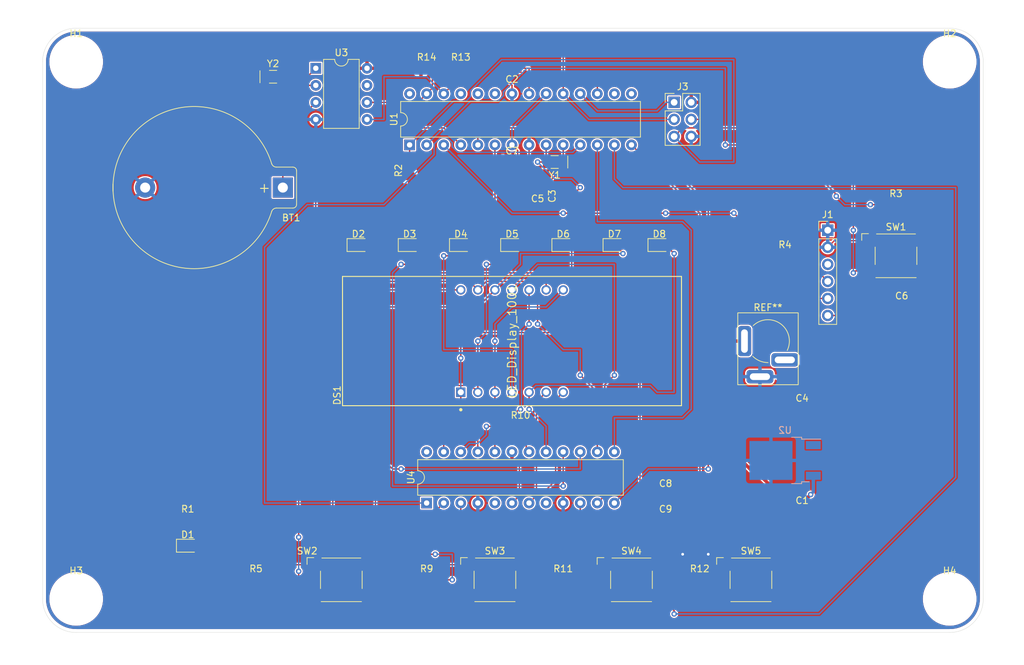
<source format=kicad_pcb>
(kicad_pcb (version 20211014) (generator pcbnew)
  (layers (0 "F.Cu" signal) (31 "B.Cu" signal) (34 "B.Paste" user) (35 "F.Paste" user) (36 "B.SilkS" user "B.Silkscreen") (37 "F.SilkS" user "F.Silkscreen") (38 "B.Mask" user) (39 "F.Mask" user) (44 "Edge.Cuts" user))
  (net 0 "")
  (net 1 "Net-(BT1-Pad1)")
  (net 2 "GND")
  (net 3 "Net-(C1-Pad1)")
  (net 4 "Net-(C2-Pad1)")
  (net 5 "/XTAL1")
  (net 6 "VCC")
  (net 7 "/XTAL2")
  (net 8 "RESET")
  (net 9 "Net-(C6-Pad2)")
  (net 10 "Net-(C7-Pad2)")
  (net 11 "Net-(D1-Pad2)")
  (net 12 "/SEG_A")
  (net 13 "/SEG_B")
  (net 14 "/SEG_C")
  (net 15 "/SEG_D")
  (net 16 "/SEG_E")
  (net 17 "/SEG_F")
  (net 18 "/SEG_G")
  (net 19 "/SEG_DP")
  (net 20 "/DIG_3")
  (net 21 "/DIG_4")
  (net 22 "/DIG_2")
  (net 23 "/DIG_1")
  (net 24 "/DIG_0")
  (net 25 "Net-(J1-Pad5)")
  (net 26 "Net-(J1-Pad4)")
  (net 29 "MISO")
  (net 30 "LED_SCK")
  (net 31 "MOSI")
  (net 32 "RXD")
  (net 33 "TXD")
  (net 34 "BTN_SETOPT")
  (net 35 "BTN_HOUR")
  (net 36 "/ISET")
  (net 37 "BTN_MIN")
  (net 38 "BTN_DAY")
  (net 41 "DISP_LOAD")
  (net 44 "DISP_DATA")
  (net 46 "DISP_CLK")
  (net 47 "SDA_RTC")
  (net 48 "SCL_RTC")
  (net 50 "Net-(U3-Pad1)")
  (net 51 "Net-(U3-Pad2)")
  (net 56 "/DIG_5")
  (footprint "footprints:Adafruit-1001-0-0-MFG" (layer "F.Cu") (at 149.86 101.6 90)
    (fp_text reference "DS1")
    (fp_text value "LED_Display_1001")
  )
  (footprint "footprints:MountingHole_3.2mm_M3" (layer "F.Cu") (at 215 140)
    (fp_text reference "H4")
    (fp_text value "MountingHole")
  )
  (footprint "footprints:R_0805_2012Metric" (layer "F.Cu") (at 142.24 60.96)
    (fp_text reference "R13")
    (fp_text value "R_0805_4.7K")
  )
  (footprint "footprints:R_0805_2012Metric" (layer "F.Cu") (at 137.16 60.96)
    (fp_text reference "R14")
    (fp_text value "R_0805_4.7K")
  )
  (footprint "footprints:C_0805_2012Metric" (layer "F.Cu") (at 172.72 128.27)
    (fp_text reference "C9")
    (fp_text value "C_0805_0.1uf")
  )
  (footprint "footprints:C_0805_2012Metric" (layer "F.Cu") (at 157.48 80.01 90)
    (fp_text reference "C3")
    (fp_text value "22pf")
  )
  (footprint "footprints:LED_0805_2012Metric" (layer "F.Cu") (at 127 87.2975)
    (fp_text reference "D2")
    (fp_text value "LED_0805_GRN")
  )
  (footprint "footprints:C_0805_2012Metric" (layer "F.Cu") (at 207.86 96.52)
    (fp_text reference "C6")
    (fp_text value "C_0805_0.1uf")
  )
  (footprint "footprints:DIP-8_W7.62mm" (layer "F.Cu") (at 120.66 60.97)
    (fp_text reference "U3")
    (fp_text value "DS1307_DIP-8")
  )
  (footprint "footprints:LED_0805_2012Metric" (layer "F.Cu") (at 171.7825 87.2975)
    (fp_text reference "D8")
    (fp_text value "LED_0805_GRN")
  )
  (footprint "footprints:R_0805_2012Metric" (layer "F.Cu") (at 137.16 137.16)
    (fp_text reference "R9")
    (fp_text value "R_0805_10K")
  )
  (footprint "footprints:C_0805_2012Metric" (layer "F.Cu") (at 149.86 60.96 180)
    (fp_text reference "C2")
    (fp_text value "C (0.1uF)")
  )
  (footprint "footprints:R_0805_2012Metric" (layer "F.Cu") (at 177.8 137.16)
    (fp_text reference "R12")
    (fp_text value "R_0805_10K")
  )
  (footprint "footprints:DIP-28_W7.62mm" (layer "F.Cu") (at 134.62 72.38 90)
    (fp_text reference "U1")
    (fp_text value "ATmega328-PU")
  )
  (footprint "footprints:R_0805_2012Metric" (layer "F.Cu") (at 207.01 81.28)
    (fp_text reference "R3")
    (fp_text value "R_0805_4.7K")
  )
  (footprint "footprints:Crystal_SMD_2Pin_3.2x1.5mm" (layer "F.Cu") (at 156.21 74.93 180)
    (fp_text reference "Y1")
    (fp_text value "Crystal(16MHz)")
  )
  (footprint "footprints:R_0805_2012Metric" (layer "F.Cu") (at 190.5 88.9)
    (fp_text reference "R4")
    (fp_text value "R_0805_4.7K")
  )
  (footprint "footprints:R_0805_2012Metric" (layer "F.Cu") (at 151.13 114.3)
    (fp_text reference "R10")
    (fp_text value "R_0805_22K")
  )
  (footprint "footprints:R_0805_2012Metric" (layer "F.Cu") (at 101.6 128.27)
    (fp_text reference "R1")
    (fp_text value "2.2K")
  )
  (footprint "footprints:SW_SPST_Omron_B3FS-100xP" (layer "F.Cu") (at 207.01 88.9)
    (fp_text reference "SW1")
    (fp_text value "Omron_B3F_SPST")
  )
  (footprint "footprints:R_0805_2012Metric" (layer "F.Cu") (at 134.62 76.2 90)
    (fp_text reference "R2")
    (fp_text value "10K")
  )
  (footprint "footprints:C_0805_2012Metric" (layer "F.Cu") (at 172.72 124.46)
    (fp_text reference "C8")
    (fp_text value "C_0805_0.1uf")
  )
  (footprint "footprints:MountingHole_3.2mm_M3" (layer "F.Cu") (at 215 60)
    (fp_text reference "H2")
    (fp_text value "MountingHole")
  )
  (footprint "footprints:MountingHole_3.2mm_M3" (layer "F.Cu") (at 85 140)
    (fp_text reference "H3")
    (fp_text value "MountingHole")
  )
  (footprint "footprints:LED_0805_2012Metric" (layer "F.Cu") (at 101.6 132.08)
    (fp_text reference "D1")
    (fp_text value "LED")
  )
  (footprint "footprints:Wurth-694106402002" (layer "F.Cu") (at 187.96 101.6)
    (fp_text reference "J2")
    (fp_text value "Power_inlet_vertical" hide)
  )
  (footprint "footprints:MountingHole_3.2mm_M3" (layer "F.Cu") (at 85 60)
    (fp_text reference "H1")
    (fp_text value "MountingHole")
  )
  (footprint "footprints:LED_0805_2012Metric" (layer "F.Cu") (at 134.62 87.2975)
    (fp_text reference "D3")
    (fp_text value "LED_0805_GRN")
  )
  (footprint "footprints:LED_0805_2012Metric" (layer "F.Cu") (at 149.86 87.2975)
    (fp_text reference "D5")
    (fp_text value "LED_0805_GRN")
  )
  (footprint "footprints:R_0805_2012Metric" (layer "F.Cu") (at 157.48 137.16)
    (fp_text reference "R11")
    (fp_text value "R_0805_10K")
  )
  (footprint "footprints:LED_0805_2012Metric" (layer "F.Cu") (at 157.48 87.2975)
    (fp_text reference "D6")
    (fp_text value "LED_0805_GRN")
  )
  (footprint "footprints:DIP-24_W7.62mm" (layer "F.Cu") (at 137.155 125.72 90)
    (fp_text reference "U4")
    (fp_text value "MAX7219")
  )
  (footprint "footprints:C_0805_2012Metric" (layer "F.Cu") (at 193.04 127)
    (fp_text reference "C1")
    (fp_text value "CP (1uF)")
  )
  (footprint "footprints:BatteryHolder_Keystone_106_1x20mm" (layer "F.Cu") (at 115.753686 78.739984 180)
    (fp_text reference "BT1")
    (fp_text value "Battery_Cell")
  )
  (footprint "footprints:SW_SPST_Omron_B3FS-100xP" (layer "F.Cu") (at 147.32 137.16)
    (fp_text reference "SW3")
    (fp_text value "Omron_B3F_SPST")
  )
  (footprint "footprints:LED_0805_2012Metric" (layer "F.Cu") (at 165.1 87.2975)
    (fp_text reference "D7")
    (fp_text value "LED_0805_GRN")
  )
  (footprint "footprints:PinHeader_2x03_P2.54mm_Vertical" (layer "F.Cu") (at 173.99 66.04)
    (fp_text reference "J3")
    (fp_text value "Conn_02x03_Odd_Even")
  )
  (footprint "footprints:SW_SPST_Omron_B3FS-100xP" (layer "F.Cu") (at 124.46 137.16)
    (fp_text reference "SW2")
    (fp_text value "Omron_B3F_SPST")
  )
  (footprint "footprints:SW_SPST_Omron_B3FS-100xP" (layer "F.Cu") (at 167.64 137.16)
    (fp_text reference "SW4")
    (fp_text value "Omron_B3F_SPST")
  )
  (footprint "footprints:C_0805_2012Metric" (layer "F.Cu") (at 153.67 78.74 180)
    (fp_text reference "C5")
    (fp_text value "22pf")
  )
  (footprint "footprints:C_0805_2012Metric" (layer "F.Cu") (at 193.04 111.76)
    (fp_text reference "C4")
    (fp_text value "C(0.1uF)")
  )
  (footprint "footprints:C_0805_2012Metric" (layer "F.Cu") (at 149.86 74.93)
    (fp_text reference "C7")
    (fp_text value "C(0.1uf)")
  )
  (footprint "footprints:R_0805_2012Metric" (layer "F.Cu") (at 111.76 137.16)
    (fp_text reference "R5")
    (fp_text value "R_0805_10K")
  )
  (footprint "footprints:PinHeader_1x06_P2.54mm_Vertical" (layer "F.Cu") (at 196.85 85.09)
    (fp_text reference "J1")
    (fp_text value "Conn_01x06")
  )
  (footprint "footprints:Crystal_SMD_2Pin_3.2x1.5mm" (layer "F.Cu") (at 114.3 62.23)
    (fp_text reference "Y2")
    (fp_text value "Crystal_32768Hz")
  )
  (footprint "footprints:SW_SPST_Omron_B3FS-100xP" (layer "F.Cu") (at 185.42 137.16)
    (fp_text reference "SW5")
    (fp_text value "Omron_B3F_SPST")
  )
  (footprint "footprints:LED_0805_2012Metric" (layer "F.Cu") (at 142.24 87.2975)
    (fp_text reference "D4")
    (fp_text value "LED_0805_GRN")
  )
  (footprint "footprints:TO-252-2" (layer "B.Cu") (at 190.5 119.38 180)
    (fp_text reference "U2")
    (fp_text value "L7805_TO92")
  )
  (gr_line locked (start 220 60) (end 220 140) (layer "Edge.Cuts") (width 0.05))
  (gr_line locked (start 80 60) (end 80 140) (layer "Edge.Cuts") (width 0.05))
  (gr_arc locked (start 80 60) (mid 81.464466 56.464466) (end 85 55) (layer "Edge.Cuts") (width 0.05))
  (gr_arc locked (start 85 145) (mid 81.464466 143.535534) (end 80 140) (layer "Edge.Cuts") (width 0.05))
  (gr_arc locked (start 220 140) (mid 218.535534 143.535534) (end 215 145) (layer "Edge.Cuts") (width 0.05))
  (gr_line locked (start 215 55) (end 85 55) (layer "Edge.Cuts") (width 0.05))
  (gr_arc locked (start 215 55) (mid 218.535534 56.464466) (end 220 60) (layer "Edge.Cuts") (width 0.05))
  (gr_line locked (start 215 145) (end 85 145) (layer "Edge.Cuts") (width 0.05))
  (segment (start 115.753686 70.956314) (end 115.753686 78.739984) (width 0.2032) (layer "F.Cu") (net 1))
  (segment (start 120.66 66.05) (end 115.753686 70.956314) (width 0.2032) (layer "F.Cu") (net 1))
  (segment (start 103.4925 134.91) (end 100.6625 132.08) (width 0.2032) (layer "F.Cu") (net 2))
  (segment (start 173.57 128.27) (end 173.57 132.98) (width 0.2032) (layer "F.Cu") (net 2))
  (segment (start 193.89 111.635) (end 189.155 106.9) (width 0.2032) (layer "F.Cu") (net 2))
  (segment (start 180.63 134.91) (end 179.07 133.35) (width 0.508) (layer "F.Cu") (net 2))
  (segment (start 171.64 134.91) (end 163.64 134.91) (width 0.2032) (layer "F.Cu") (net 2))
  (segment (start 193.89 111.76) (end 193.89 111.635) (width 0.2032) (layer "F.Cu") (net 2))
  (segment (start 173.57 132.98) (end 171.64 134.91) (width 0.2032) (layer "F.Cu") (net 2))
  (segment (start 173.94 133.35) (end 173.57 132.98) (width 0.2032) (layer "F.Cu") (net 2))
  (segment (start 149.01 62.65) (end 149.86 63.5) (width 0.2032) (layer "F.Cu") (net 2))
  (segment (start 120.46 134.91) (end 103.4925 134.91) (width 0.2032) (layer "F.Cu") (net 2))
  (segment (start 189.42 134.91) (end 181.42 134.91) (width 0.508) (layer "F.Cu") (net 2))
  (segment (start 151.32 134.91) (end 143.32 134.91) (width 0.2032) (layer "F.Cu") (net 2))
  (segment (start 175.26 133.35) (end 173.94 133.35) (width 0.2032) (layer "F.Cu") (net 2))
  (segment (start 154.52 80.86) (end 157.48 80.86) (width 0.2032) (layer "F.Cu") (net 2))
  (segment (start 143.32 134.91) (end 128.46 134.91) (width 0.2032) (layer "F.Cu") (net 2))
  (segment (start 189.155 106.9) (end 186.76 106.9) (width 0.2032) (layer "F.Cu") (net 2))
  (segment (start 197.83 86.65) (end 196.85 87.63) (width 0.2032) (layer "F.Cu") (net 2))
  (segment (start 211.01 86.65) (end 203.01 86.65) (width 0.2032) (layer "F.Cu") (net 2))
  (segment (start 152.4 78.32) (end 152.82 78.74) (width 0.2032) (layer "F.Cu") (net 2))
  (segment (start 152.4 72.38) (end 152.4 78.32) (width 0.2032) (layer "F.Cu") (net 2))
  (segment (start 173.57 128.27) (end 173.57 124.46) (width 0.2032) (layer "F.Cu") (net 2))
  (segment (start 181.42 134.91) (end 180.63 134.91) (width 0.508) (layer "F.Cu") (net 2))
  (segment (start 203.01 86.65) (end 197.83 86.65) (width 0.2032) (layer "F.Cu") (net 2))
  (segment (start 152.82 78.74) (end 152.82 79.16) (width 0.2032) (layer "F.Cu") (net 2))
  (segment (start 152.82 79.16) (end 154.52 80.86) (width 0.2032) (layer "F.Cu") (net 2))
  (segment (start 149.86 63.5) (end 149.86 64.76) (width 0.2032) (layer "F.Cu") (net 2))
  (segment (start 149.01 60.96) (end 149.01 62.65) (width 0.2032) (layer "F.Cu") (net 2))
  (segment (start 128.46 134.91) (end 120.46 134.91) (width 0.2032) (layer "F.Cu") (net 2))
  (segment (start 193.89 127) (end 193.89 130.44) (width 0.508) (layer "F.Cu") (net 2))
  (segment (start 193.89 130.44) (end 189.42 134.91) (width 0.508) (layer "F.Cu") (net 2))
  (via (at 179.07 133.35) (size 0.8128) (drill 0.4064) (layers "F.Cu" "B.Cu") (net 2))
  (via (at 175.26 133.35) (size 0.8128) (drill 0.4064) (layers "F.Cu" "B.Cu") (net 2))
  (segment (start 144.775 125.72) (end 144.775 133.355) (width 0.2032) (layer "B.Cu") (net 2))
  (segment (start 179.07 133.35) (end 175.26 133.35) (width 0.2032) (layer "B.Cu") (net 2))
  (segment (start 186.3 121.66) (end 180.34 115.7) (width 0.508) (layer "F.Cu") (net 3))
  (segment (start 180.34 101.6) (end 184.46 101.6) (width 0.508) (layer "F.Cu") (net 3))
  (segment (start 186.85 121.66) (end 186.3 121.66) (width 0.508) (layer "F.Cu") (net 3))
  (segment (start 192.19 126.58) (end 192.19 127) (width 0.2032) (layer "F.Cu") (net 3))
  (segment (start 192.19 127) (end 186.85 121.66) (width 0.508) (layer "F.Cu") (net 3))
  (segment (start 180.34 115.7) (end 180.34 101.6) (width 0.508) (layer "F.Cu") (net 3))
  (segment (start 194.31 124.46) (end 192.189989 126.580011) (width 0.508) (layer "F.Cu") (net 3))
  (via (at 194.31 124.46) (size 0.8128) (drill 0.4064) (layers "F.Cu" "B.Cu") (net 3))
  (segment (start 194.699992 121.660006) (end 194.699992 124.070008) (width 0.508) (layer "B.Cu") (net 3))
  (segment (start 194.7 124.07) (end 194.31 124.46) (width 0.2032) (layer "B.Cu") (net 3))
  (segment (start 150.71 60.96) (end 152.4 60.96) (width 0.2032) (layer "F.Cu") (net 4))
  (segment (start 152.4 60.96) (end 152.4 64.76) (width 0.2032) (layer "F.Cu") (net 4))
  (segment (start 159.6 79.16) (end 157.48 79.16) (width 0.2032) (layer "F.Cu") (net 5))
  (segment (start 154.96 74.93) (end 153.67 74.93) (width 0.2032) (layer "F.Cu") (net 5))
  (segment (start 154.94 74.91) (end 154.96 74.93) (width 0.2032) (layer "F.Cu") (net 5))
  (segment (start 160.02 78.74) (end 159.6 79.16) (width 0.2032) (layer "F.Cu") (net 5))
  (segment (start 154.94 72.38) (end 154.94 74.91) (width 0.2032) (layer "F.Cu") (net 5))
  (via (at 160.02 78.74) (size 0.8128) (drill 0.4064) (layers "F.Cu" "B.Cu") (net 5))
  (via (at 153.67 74.93) (size 0.8128) (drill 0.4064) (layers "F.Cu" "B.Cu") (net 5))
  (segment (start 156.21 77.47) (end 158.75 77.47) (width 0.2032) (layer "B.Cu") (net 5))
  (segment (start 158.75 77.47) (end 160.02 78.74) (width 0.2032) (layer "B.Cu") (net 5))
  (segment (start 153.67 74.93) (end 156.21 77.47) (width 0.2032) (layer "B.Cu") (net 5))
  (segment (start 192.19 114.72) (end 194.31 116.84) (width 0.2032) (layer "F.Cu") (net 6))
  (segment (start 192.19 111.76) (end 192.19 114.72) (width 0.2032) (layer "F.Cu") (net 6))
  (segment (start 157.48 74.91) (end 157.46 74.93) (width 0.2032) (layer "F.Cu") (net 7))
  (segment (start 157.48 72.38) (end 157.48 74.91) (width 0.2032) (layer "F.Cu") (net 7))
  (segment (start 157.46 75.8) (end 154.52 78.74) (width 0.2032) (layer "F.Cu") (net 7))
  (segment (start 157.46 74.93) (end 157.46 75.8) (width 0.2032) (layer "F.Cu") (net 7))
  (segment (start 207.01 95.15) (end 203.01 91.15) (width 0.2032) (layer "F.Cu") (net 8))
  (segment (start 200.66 71.12) (end 200.66 85.09) (width 0.2032) (layer "F.Cu") (net 8))
  (segment (start 207.01 96.52) (end 207.01 95.15) (width 0.2032) (layer "F.Cu") (net 8))
  (segment (start 175.26 69.85) (end 199.39 69.85) (width 0.2032) (layer "F.Cu") (net 8))
  (segment (start 211.01 91.15) (end 207.01 95.15) (width 0.2032) (layer "F.Cu") (net 8))
  (segment (start 199.39 69.85) (end 200.66 71.12) (width 0.2032) (layer "F.Cu") (net 8))
  (segment (start 173.99 71.12) (end 175.26 69.85) (width 0.2032) (layer "F.Cu") (net 8))
  (segment (start 134.62 75.35) (end 134.62 72.38) (width 0.2032) (layer "F.Cu") (net 8))
  (segment (start 200.95 91.15) (end 203.01 91.15) (width 0.2032) (layer "F.Cu") (net 8))
  (segment (start 200.66 91.44) (end 200.95 91.15) (width 0.2032) (layer "F.Cu") (net 8))
  (via (at 200.66 91.44) (size 0.8128) (drill 0.4064) (layers "F.Cu" "B.Cu") (net 8))
  (via (at 200.66 85.09) (size 0.8128) (drill 0.4064) (layers "F.Cu" "B.Cu") (net 8))
  (segment (start 177.8 74.93) (end 173.99 71.12) (width 0.2032) (layer "B.Cu") (net 8))
  (segment (start 134.62 72.38) (end 141.1352 65.8648) (width 0.2032) (layer "B.Cu") (net 8))
  (segment (start 200.66 85.09) (end 200.66 91.44) (width 0.2032) (layer "B.Cu") (net 8))
  (segment (start 182.88 59.69) (end 182.88 74.93) (width 0.2032) (layer "B.Cu") (net 8))
  (segment (start 148.287576 59.69) (end 182.88 59.69) (width 0.2032) (layer "B.Cu") (net 8))
  (segment (start 143.028024 65.8648) (end 143.6752 65.217624) (width 0.2032) (layer "B.Cu") (net 8))
  (segment (start 143.6752 64.302376) (end 148.287576 59.69) (width 0.2032) (layer "B.Cu") (net 8))
  (segment (start 182.88 74.93) (end 177.8 74.93) (width 0.2032) (layer "B.Cu") (net 8))
  (segment (start 141.1352 65.8648) (end 143.028024 65.8648) (width 0.2032) (layer "B.Cu") (net 8))
  (segment (start 143.6752 65.217624) (end 143.6752 64.302376) (width 0.2032) (layer "B.Cu") (net 8))
  (segment (start 207.565 97.79) (end 196.85 97.79) (width 0.2032) (layer "F.Cu") (net 9))
  (segment (start 208.71 96.645) (end 207.565 97.79) (width 0.2032) (layer "F.Cu") (net 9))
  (segment (start 208.71 96.52) (end 208.71 96.645) (width 0.2032) (layer "F.Cu") (net 9))
  (segment (start 150.71 74.93) (end 150.71 73.23) (width 0.2032) (layer "F.Cu") (net 10))
  (segment (start 150.71 73.23) (end 149.86 72.38) (width 0.2032) (layer "F.Cu") (net 10))
  (segment (start 149.86 72.38) (end 149.86 69.84) (width 0.2032) (layer "B.Cu") (net 10))
  (segment (start 149.86 69.84) (end 154.94 64.76) (width 0.2032) (layer "B.Cu") (net 10))
  (segment (start 162.555 109.215) (end 162.555 118.1) (width 0.2032) (layer "F.Cu") (net 12))
  (segment (start 143.51 92.71) (end 131.7475 92.71) (width 0.2032) (layer "F.Cu") (net 12))
  (segment (start 144.78 93.98) (end 146.05 92.71) (width 0.2032) (layer "F.Cu") (net 12))
  (segment (start 160.02 106.68) (end 162.555 109.215) (width 0.2032) (layer "F.Cu") (net 12))
  (segment (start 144.78 93.98) (end 143.51 92.71) (width 0.2032) (layer "F.Cu") (net 12))
  (segment (start 146.05 92.71) (end 153.67 92.71) (width 0.2032) (layer "F.Cu") (net 12))
  (segment (start 131.7475 92.71) (end 127.9375 88.9) (width 0.2032) (layer "F.Cu") (net 12))
  (segment (start 153.67 92.71) (end 153.67 99.06) (width 0.2032) (layer "F.Cu") (net 12))
  (segment (start 127.9375 88.9) (end 127.9375 87.2975) (width 0.2032) (layer "F.Cu") (net 12))
  (via (at 153.67 99.06) (size 0.8128) (drill 0.4064) (layers "F.Cu" "B.Cu") (net 12))
  (via (at 160.02 106.68) (size 0.8128) (drill 0.4064) (layers "F.Cu" "B.Cu") (net 12))
  (segment (start 153.67 99.06) (end 157.48 102.87) (width 0.2032) (layer "B.Cu") (net 12))
  (segment (start 157.48 102.87) (end 160.02 102.87) (width 0.2032) (layer "B.Cu") (net 12))
  (segment (start 160.02 102.87) (end 160.02 106.68) (width 0.2032) (layer "B.Cu") (net 12))
  (segment (start 135.5575 87.2975) (end 135.5575 89.8375) (width 0.2032) (layer "F.Cu") (net 13))
  (segment (start 135.5575 91.44) (end 154.94 91.44) (width 0.2032) (layer "F.Cu") (net 13))
  (segment (start 135.5575 89.8375) (end 135.5575 91.44) (width 0.2032) (layer "F.Cu") (net 13))
  (segment (start 157.48 123.19) (end 157.475 123.185) (width 0.2032) (layer "F.Cu") (net 13))
  (segment (start 154.94 91.44) (end 154.94 93.98) (width 0.2032) (layer "F.Cu") (net 13))
  (segment (start 135.5575 89.8375) (end 135.225 90.17) (width 0.2032) (layer "F.Cu") (net 13))
  (segment (start 135.225 90.17) (end 133.35 90.17) (width 0.2032) (layer "F.Cu") (net 13))
  (segment (start 157.475 123.185) (end 157.475 118.1) (width 0.2032) (layer "F.Cu") (net 13))
  (via (at 133.35 90.17) (size 0.8128) (drill 0.4064) (layers "F.Cu" "B.Cu") (net 13))
  (via (at 157.48 123.19) (size 0.8128) (drill 0.4064) (layers "F.Cu" "B.Cu") (net 13))
  (segment (start 132.08 91.44) (end 132.08 123.19) (width 0.2032) (layer "B.Cu") (net 13))
  (segment (start 133.35 90.17) (end 132.08 91.44) (width 0.2032) (layer "B.Cu") (net 13))
  (segment (start 132.08 123.19) (end 157.48 123.19) (width 0.2032) (layer "B.Cu") (net 13))
  (segment (start 141.575 88.9) (end 139.7 88.9) (width 0.2032) (layer "F.Cu") (net 14))
  (segment (start 143.1775 87.2975) (end 141.575 88.9) (width 0.2032) (layer "F.Cu") (net 14))
  (segment (start 148.59 114.3) (end 148.59 110.49) (width 0.2032) (layer "F.Cu") (net 14))
  (segment (start 147.315 118.1) (end 147.315 115.575) (width 0.2032) (layer "F.Cu") (net 14))
  (segment (start 148.59 110.49) (end 149.86 109.22) (width 0.2032) (layer "F.Cu") (net 14))
  (segment (start 147.315 115.575) (end 148.59 114.3) (width 0.2032) (layer "F.Cu") (net 14))
  (via (at 139.7 88.9) (size 0.8128) (drill 0.4064) (layers "F.Cu" "B.Cu") (net 14))
  (segment (start 139.7 102.87) (end 149.86 102.87) (width 0.2032) (layer "B.Cu") (net 14))
  (segment (start 149.86 102.87) (end 149.86 109.22) (width 0.2032) (layer "B.Cu") (net 14))
  (segment (start 139.7 88.9) (end 139.7 102.87) (width 0.2032) (layer "B.Cu") (net 14))
  (segment (start 143.7752 108.2152) (end 141.2352 108.2152) (width 0.2032) (layer "F.Cu") (net 15))
  (segment (start 139.695 109.7554) (end 139.695 118.1) (width 0.2032) (layer "F.Cu") (net 15))
  (segment (start 144.78 101.6) (end 144.78 109.22) (width 0.2032) (layer "F.Cu") (net 15))
  (segment (start 150.7975 87.2975) (end 147.925 90.17) (width 0.2032) (layer "F.Cu") (net 15))
  (segment (start 141.2352 108.2152) (end 139.695 109.7554) (width 0.2032) (layer "F.Cu") (net 15))
  (segment (start 144.78 109.22) (end 143.7752 108.2152) (width 0.2032) (layer "F.Cu") (net 15))
  (segment (start 147.925 90.17) (end 146.05 90.17) (width 0.2032) (layer "F.Cu") (net 15))
  (via (at 146.05 90.17) (size 0.8128) (drill 0.4064) (layers "F.Cu" "B.Cu") (net 15))
  (via (at 144.78 101.6) (size 0.8128) (drill 0.4064) (layers "F.Cu" "B.Cu") (net 15))
  (segment (start 146.05 100.33) (end 144.78 101.6) (width 0.2032) (layer "B.Cu") (net 15))
  (segment (start 146.05 90.17) (end 146.05 100.33) (width 0.2032) (layer "B.Cu") (net 15))
  (segment (start 142.24 109.22) (end 142.24 110.49) (width 0.2032) (layer "F.Cu") (net 16))
  (segment (start 142.24 110.49) (end 144.78 113.03) (width 0.2032) (layer "F.Cu") (net 16))
  (segment (start 144.775 113.035) (end 144.775 118.1) (width 0.2032) (layer "F.Cu") (net 16))
  (segment (start 144.78 113.03) (end 144.775 113.035) (width 0.2032) (layer "F.Cu") (net 16))
  (segment (start 142.24 100.33) (end 142.24 104.14) (width 0.2032) (layer "F.Cu") (net 16))
  (segment (start 158.75 100.33) (end 142.24 100.33) (width 0.2032) (layer "F.Cu") (net 16))
  (segment (start 158.75 87.63) (end 158.75 100.33) (width 0.2032) (layer "F.Cu") (net 16))
  (via (at 142.24 104.14) (size 0.8128) (drill 0.4064) (layers "F.Cu" "B.Cu") (net 16))
  (segment (start 142.24 109.22) (end 142.24 104.14) (width 0.2032) (layer "B.Cu") (net 16))
  (segment (start 144.78 96.52) (end 130.81 96.52) (width 0.2032) (layer "F.Cu") (net 17))
  (segment (start 166.0375 87.2975) (end 166.0375 88.235) (width 0.2032) (layer "F.Cu") (net 17))
  (segment (start 147.32 93.98) (end 144.78 96.52) (width 0.2032) (layer "F.Cu") (net 17))
  (segment (start 132.08 120.65) (end 133.35 120.65) (width 0.2032) (layer "F.Cu") (net 17))
  (segment (start 130.81 96.52) (end 130.81 119.38) (width 0.2032) (layer "F.Cu") (net 17))
  (segment (start 166.0375 88.235) (end 166.37 88.5675) (width 0.2032) (layer "F.Cu") (net 17))
  (segment (start 130.81 119.38) (end 132.08 120.65) (width 0.2032) (layer "F.Cu") (net 17))
  (via (at 133.35 120.65) (size 0.8128) (drill 0.4064) (layers "F.Cu" "B.Cu") (net 17))
  (via (at 166.37 88.5675) (size 0.8128) (drill 0.4064) (layers "F.Cu" "B.Cu") (net 17))
  (segment (start 133.35 120.65) (end 160.02 120.65) (width 0.2032) (layer "B.Cu") (net 17))
  (segment (start 151.13 90.17) (end 147.32 93.98) (width 0.2032) (layer "B.Cu") (net 17))
  (segment (start 166.37 88.5675) (end 151.13 88.5675) (width 0.2032) (layer "B.Cu") (net 17))
  (segment (start 160.015 120.645) (end 160.015 118.1) (width 0.2032) (layer "B.Cu") (net 17))
  (segment (start 160.02 120.65) (end 160.015 120.645) (width 0.2032) (layer "B.Cu") (net 17))
  (segment (start 151.13 88.5675) (end 151.13 90.17) (width 0.2032) (layer "B.Cu") (net 17))
  (segment (start 172.72 87.2975) (end 173.99 88.5675) (width 0.2032) (layer "F.Cu") (net 18))
  (segment (start 152.4 109.22) (end 152.4 111.76) (width 0.2032) (layer "F.Cu") (net 18))
  (via (at 152.4 111.76) (size 0.8128) (drill 0.4064) (layers "F.Cu" "B.Cu") (net 18))
  (via (at 173.99 88.5675) (size 0.8128) (drill 0.4064) (layers "F.Cu" "B.Cu") (net 18))
  (segment (start 171.45 109.22) (end 173.99 109.22) (width 0.2032) (layer "B.Cu") (net 18))
  (segment (start 170.4452 108.2152) (end 171.45 109.22) (width 0.2032) (layer "B.Cu") (net 18))
  (segment (start 152.4 111.76) (end 154.935 114.295) (width 0.2032) (layer "B.Cu") (net 18))
  (segment (start 173.99 109.22) (end 173.99 88.5675) (width 0.2032) (layer "B.Cu") (net 18))
  (segment (start 152.4 109.22) (end 153.4048 108.2152) (width 0.2032) (layer "B.Cu") (net 18))
  (segment (start 154.935 114.295) (end 154.935 118.1) (width 0.2032) (layer "B.Cu") (net 18))
  (segment (start 153.4048 108.2152) (end 170.4452 108.2152) (width 0.2032) (layer "B.Cu") (net 18))
  (segment (start 147.32 109.22) (end 147.32 101.6) (width 0.2032) (layer "F.Cu") (net 19))
  (segment (start 147.32 114.3) (end 146.05 114.3) (width 0.2032) (layer "F.Cu") (net 19))
  (segment (start 147.32 109.22) (end 147.32 114.3) (width 0.2032) (layer "F.Cu") (net 19))
  (via (at 146.05 114.3) (size 0.8128) (drill 0.4064) (layers "F.Cu" "B.Cu") (net 19))
  (via (at 147.32 101.6) (size 0.8128) (drill 0.4064) (layers "F.Cu" "B.Cu") (net 19))
  (segment (start 149.86 96.52) (end 147.32 99.06) (width 0.2032) (layer "B.Cu") (net 19))
  (segment (start 154.94 96.52) (end 149.86 96.52) (width 0.2032) (layer "B.Cu") (net 19))
  (segment (start 143.495 116.84) (end 142.235 118.1) (width 0.2032) (layer "B.Cu") (net 19))
  (segment (start 144.78 116.84) (end 143.495 116.84) (width 0.2032) (layer "B.Cu") (net 19))
  (segment (start 157.48 93.98) (end 154.94 96.52) (width 0.2032) (layer "B.Cu") (net 19))
  (segment (start 146.05 114.3) (end 146.05 115.57) (width 0.2032) (layer "B.Cu") (net 19))
  (segment (start 146.05 115.57) (end 144.78 116.84) (width 0.2032) (layer "B.Cu") (net 19))
  (segment (start 147.32 99.06) (end 147.32 101.6) (width 0.2032) (layer "B.Cu") (net 19))
  (segment (start 153.4998 110.6602) (end 153.4998 124.6152) (width 0.2032) (layer "F.Cu") (net 20))
  (segment (start 153.4998 124.6152) (end 152.395 125.72) (width 0.2032) (layer "F.Cu") (net 20))
  (segment (start 154.94 109.22) (end 153.4998 110.6602) (width 0.2032) (layer "F.Cu") (net 20))
  (segment (start 153.813129 124.876607) (end 153.813129 126.495601) (width 0.2032) (layer "F.Cu") (net 21))
  (segment (start 152.03873 128.27) (end 142.24 128.27) (width 0.2032) (layer "F.Cu") (net 21))
  (segment (start 156.353129 110.346871) (end 156.353129 122.336607) (width 0.2032) (layer "F.Cu") (net 21))
  (segment (start 157.48 109.22) (end 156.353129 110.346871) (width 0.2032) (layer "F.Cu") (net 21))
  (segment (start 142.235 128.265) (end 142.235 125.72) (width 0.2032) (layer "F.Cu") (net 21))
  (segment (start 153.813129 126.495601) (end 152.03873 128.27) (width 0.2032) (layer "F.Cu") (net 21))
  (segment (start 142.24 128.27) (end 142.235 128.265) (width 0.2032) (layer "F.Cu") (net 21))
  (segment (start 156.353129 122.336607) (end 153.813129 124.876607) (width 0.2032) (layer "F.Cu") (net 21))
  (segment (start 150.9598 117.642376) (end 150.9598 124.6152) (width 0.2032) (layer "F.Cu") (net 22))
  (segment (start 150.9598 124.6152) (end 149.855 125.72) (width 0.2032) (layer "F.Cu") (net 22))
  (segment (start 152.4 93.98) (end 152.4 99.06) (width 0.2032) (layer "F.Cu") (net 22))
  (segment (start 151.13 111.76) (end 150.9354 111.76) (width 0.2032) (layer "F.Cu") (net 22))
  (segment (start 149.4002 113.2952) (end 149.4002 116.082776) (width 0.2032) (layer "F.Cu") (net 22))
  (segment (start 149.4002 116.082776) (end 150.9598 117.642376) (width 0.2032) (layer "F.Cu") (net 22))
  (segment (start 150.9354 111.76) (end 149.4002 113.2952) (width 0.2032) (layer "F.Cu") (net 22))
  (via (at 152.4 99.06) (size 0.8128) (drill 0.4064) (layers "F.Cu" "B.Cu") (net 22))
  (via (at 151.13 111.76) (size 0.8128) (drill 0.4064) (layers "F.Cu" "B.Cu") (net 22))
  (segment (start 151.273129 100.186871) (end 151.273129 111.616871) (width 0.2032) (layer "B.Cu") (net 22))
  (segment (start 151.273129 111.616871) (end 151.13 111.76) (width 0.2032) (layer "B.Cu") (net 22))
  (segment (start 152.4 99.06) (end 151.273129 100.186871) (width 0.2032) (layer "B.Cu") (net 22))
  (segment (start 165.1 106.68) (end 163.6598 108.1202) (width 0.2032) (layer "F.Cu") (net 23))
  (segment (start 163.6598 108.1202) (end 163.6598 124.6152) (width 0.2032) (layer "F.Cu") (net 23))
  (segment (start 163.6598 124.6152) (end 162.555 125.72) (width 0.2032) (layer "F.Cu") (net 23))
  (via (at 165.1 106.68) (size 0.8128) (drill 0.4064) (layers "F.Cu" "B.Cu") (net 23))
  (segment (start 153.67 90.17) (end 165.1 90.17) (width 0.2032) (layer "B.Cu") (net 23))
  (segment (start 165.1 90.17) (end 165.1 106.68) (width 0.2032) (layer "B.Cu") (net 23))
  (segment (start 149.86 93.98) (end 153.67 90.17) (width 0.2032) (layer "B.Cu") (net 23))
  (segment (start 130.81 128.27) (end 137.145 128.27) (width 0.2032) (layer "F.Cu") (net 24))
  (segment (start 129.54 93.98) (end 129.54 127) (width 0.2032) (layer "F.Cu") (net 24))
  (segment (start 137.145 128.27) (end 139.695 125.72) (width 0.2032) (layer "F.Cu") (net 24))
  (segment (start 129.54 127) (end 130.81 128.27) (width 0.2032) (layer "F.Cu") (net 24))
  (segment (start 142.24 93.98) (end 129.54 93.98) (width 0.2032) (layer "F.Cu") (net 24))
  (segment (start 213.36 81.28) (end 213.36 102.87) (width 0.2032) (layer "F.Cu") (net 25))
  (segment (start 196.85 102.87) (end 194.31 100.33) (width 0.2032) (layer "F.Cu") (net 25))
  (segment (start 195.58 95.25) (end 196.85 95.25) (width 0.2032) (layer "F.Cu") (net 25))
  (segment (start 194.31 100.33) (end 194.31 96.52) (width 0.2032) (layer "F.Cu") (net 25))
  (segment (start 213.36 102.87) (end 196.85 102.87) (width 0.2032) (layer "F.Cu") (net 25))
  (segment (start 194.31 96.52) (end 195.58 95.25) (width 0.2032) (layer "F.Cu") (net 25))
  (segment (start 207.86 81.28) (end 213.36 81.28) (width 0.2032) (layer "F.Cu") (net 25))
  (segment (start 193.04 88.9) (end 196.85 92.71) (width 0.2032) (layer "F.Cu") (net 26))
  (segment (start 191.35 88.9) (end 193.04 88.9) (width 0.2032) (layer "F.Cu") (net 26))
  (segment (start 160.02 64.76) (end 162.57 67.31) (width 0.2032) (layer "B.Cu") (net 29))
  (segment (start 172.72 66.04) (end 173.99 66.04) (width 0.2032) (layer "B.Cu") (net 29))
  (segment (start 162.57 67.31) (end 171.45 67.31) (width 0.2032) (layer "B.Cu") (net 29))
  (segment (start 171.45 67.31) (end 172.72 66.04) (width 0.2032) (layer "B.Cu") (net 29))
  (segment (start 86.36 69.85) (end 86.36 113.88) (width 0.2032) (layer "F.Cu") (net 30))
  (segment (start 86.36 113.88) (end 100.75 128.27) (width 0.2032) (layer "F.Cu") (net 30))
  (segment (start 157.48 58.42) (end 97.79 58.42) (width 0.2032) (layer "F.Cu") (net 30))
  (segment (start 97.79 58.42) (end 86.36 69.85) (width 0.2032) (layer "F.Cu") (net 30))
  (segment (start 157.48 64.76) (end 157.48 58.42) (width 0.2032) (layer "F.Cu") (net 30))
  (segment (start 157.48 64.76) (end 161.3 68.58) (width 0.2032) (layer "B.Cu") (net 30))
  (segment (start 161.3 68.58) (end 173.99 68.58) (width 0.2032) (layer "B.Cu") (net 30))
  (segment (start 179.07 68.58) (end 176.53 68.58) (width 0.2032) (layer "F.Cu") (net 31))
  (segment (start 179.07 63.5) (end 179.07 68.58) (width 0.2032) (layer "F.Cu") (net 31))
  (segment (start 162.56 62.23) (end 177.8 62.23) (width 0.2032) (layer "F.Cu") (net 31))
  (segment (start 177.8 62.23) (end 179.07 63.5) (width 0.2032) (layer "F.Cu") (net 31))
  (segment (start 162.56 64.76) (end 162.56 62.23) (width 0.2032) (layer "F.Cu") (net 31))
  (segment (start 190.754 72.39) (end 198.12 79.756) (width 0.2032) (layer "F.Cu") (net 32))
  (segment (start 203.2 81.28) (end 206.16 81.28) (width 0.2032) (layer "F.Cu") (net 32))
  (segment (start 198.12 79.756) (end 198.12 80.01) (width 0.2032) (layer "F.Cu") (net 32))
  (segment (start 181.61 72.39) (end 190.754 72.39) (width 0.2032) (layer "F.Cu") (net 32))
  (via (at 203.2 81.28) (size 0.8128) (drill 0.4064) (layers "F.Cu" "B.Cu") (net 32))
  (via (at 181.61 72.39) (size 0.8128) (drill 0.4064) (layers "F.Cu" "B.Cu") (net 32))
  (via (at 198.12 80.01) (size 0.8128) (drill 0.4064) (layers "F.Cu" "B.Cu") (net 32))
  (segment (start 147.777624 65.8648) (end 148.59 65.052424) (width 0.2032) (layer "B.Cu") (net 32))
  (segment (start 181.61 60.96) (end 181.61 72.39) (width 0.2032) (layer "B.Cu") (net 32))
  (segment (start 137.16 72.38) (end 143.6752 65.8648) (width 0.2032) (layer "B.Cu") (net 32))
  (segment (start 198.12 80.01) (end 199.39 81.28) (width 0.2032) (layer "B.Cu") (net 32))
  (segment (start 152.097576 60.96) (end 181.61 60.96) (width 0.2032) (layer "B.Cu") (net 32))
  (segment (start 199.39 81.28) (end 203.2 81.28) (width 0.2032) (layer "B.Cu") (net 32))
  (segment (start 143.6752 65.8648) (end 147.777624 65.8648) (width 0.2032) (layer "B.Cu") (net 32))
  (segment (start 148.59 65.052424) (end 148.59 64.467576) (width 0.2032) (layer "B.Cu") (net 32))
  (segment (start 148.59 64.467576) (end 152.097576 60.96) (width 0.2032) (layer "B.Cu") (net 32))
  (segment (start 157.48 82.55) (end 172.72 82.55) (width 0.2032) (layer "F.Cu") (net 33))
  (segment (start 182.88 82.55) (end 189.23 88.9) (width 0.2032) (layer "F.Cu") (net 33))
  (segment (start 189.23 88.9) (end 189.65 88.9) (width 0.2032) (layer "F.Cu") (net 33))
  (via (at 182.88 82.55) (size 0.8128) (drill 0.4064) (layers "F.Cu" "B.Cu") (net 33))
  (via (at 172.72 82.55) (size 0.8128) (drill 0.4064) (layers "F.Cu" "B.Cu") (net 33))
  (via (at 157.48 82.55) (size 0.8128) (drill 0.4064) (layers "F.Cu" "B.Cu") (net 33))
  (segment (start 139.7 72.38) (end 149.87 82.55) (width 0.2032) (layer "B.Cu") (net 33))
  (segment (start 149.87 82.55) (end 157.48 82.55) (width 0.2032) (layer "B.Cu") (net 33))
  (segment (start 172.72 82.55) (end 182.88 82.55) (width 0.2032) (layer "B.Cu") (net 33))
  (segment (start 120.65 72.39) (end 120.65 113.03) (width 0.2032) (layer "F.Cu") (net 34))
  (segment (start 130.81 72.39) (end 120.65 72.39) (width 0.2032) (layer "F.Cu") (net 34))
  (segment (start 112.61 137.16) (end 118.21 137.16) (width 0.2032) (layer "F.Cu") (net 34))
  (segment (start 118.11 135.89) (end 118.11 137.16) (width 0.2032) (layer "F.Cu") (net 34))
  (segment (start 142.24 72.38) (end 139.71 69.85) (width 0.2032) (layer "F.Cu") (net 34))
  (segment (start 120.46 139.41) (end 128.46 139.41) (width 0.2032) (layer "F.Cu") (net 34))
  (segment (start 120.65 113.03) (end 118.11 115.57) (width 0.2032) (layer "F.Cu") (net 34))
  (segment (start 118.11 115.57) (end 118.11 130.81) (width 0.2032) (layer "F.Cu") (net 34))
  (segment (start 118.21 137.16) (end 120.46 139.41) (width 0.2032) (layer "F.Cu") (net 34))
  (segment (start 130.81 69.85) (end 130.81 72.39) (width 0.2032) (layer "F.Cu") (net 34))
  (segment (start 139.71 69.85) (end 130.81 69.85) (width 0.2032) (layer "F.Cu") (net 34))
  (via (at 118.11 135.89) (size 0.8128) (drill 0.4064) (layers "F.Cu" "B.Cu") (net 34))
  (via (at 118.11 130.81) (size 0.8128) (drill 0.4064) (layers "F.Cu" "B.Cu") (net 34))
  (segment (start 118.11 130.81) (end 118.11 135.89) (width 0.2032) (layer "B.Cu") (net 34))
  (segment (start 123.19 127) (end 129.54 133.35) (width 0.2032) (layer "F.Cu") (net 35))
  (segment (start 140.68 139.41) (end 138.43 137.16) (width 0.2032) (layer "F.Cu") (net 35))
  (segment (start 143.32 139.41) (end 140.68 139.41) (width 0.2032) (layer "F.Cu") (net 35))
  (segment (start 129.54 133.35) (end 138.43 133.35) (width 0.2032) (layer "F.Cu") (net 35))
  (segment (start 147.32 72.38) (end 147.32 83.82) (width 0.2032) (layer "F.Cu") (net 35))
  (segment (start 151.32 139.41) (end 143.32 139.41) (width 0.2032) (layer "F.Cu") (net 35))
  (segment (start 147.32 83.82) (end 123.19 83.82) (width 0.2032) (layer "F.Cu") (net 35))
  (segment (start 140.97 137.16) (end 138.01 137.16) (width 0.2032) (layer "F.Cu") (net 35))
  (segment (start 123.19 83.82) (end 123.19 127) (width 0.2032) (layer "F.Cu") (net 35))
  (via (at 140.97 137.16) (size 0.8128) (drill 0.4064) (layers "F.Cu" "B.Cu") (net 35))
  (via (at 138.43 133.35) (size 0.8128) (drill 0.4064) (layers "F.Cu" "B.Cu") (net 35))
  (segment (start 138.43 133.35) (end 140.97 133.35) (width 0.2032) (layer "B.Cu") (net 35))
  (segment (start 140.97 133.35) (end 140.97 137.16) (width 0.2032) (layer "B.Cu") (net 35))
  (segment (start 151.98 114.3) (end 151.98 117.685) (width 0.2032) (layer "F.Cu") (net 36))
  (segment (start 151.98 117.685) (end 152.395 118.1) (width 0.2032) (layer "F.Cu") (net 36))
  (segment (start 163.64 139.41) (end 160.58 139.41) (width 0.2032) (layer "F.Cu") (net 37))
  (segment (start 160.58 139.41) (end 158.33 137.16) (width 0.2032) (layer "F.Cu") (net 37))
  (segment (start 173.99 141.76) (end 171.64 139.41) (width 0.2032) (layer "F.Cu") (net 37))
  (segment (start 163.64 139.41) (end 171.64 139.41) (width 0.2032) (layer "F.Cu") (net 37))
  (segment (start 173.99 142.24) (end 173.99 141.76) (width 0.2032) (layer "F.Cu") (net 37))
  (via (at 173.99 142.24) (size 0.8128) (drill 0.4064) (layers "F.Cu" "B.Cu") (net 37))
  (segment (start 173.99 142.24) (end 195.58 142.24) (width 0.2032) (layer "B.Cu") (net 37))
  (segment (start 165.1 77.47) (end 166.37 78.74) (width 0.2032) (layer "B.Cu") (net 37))
  (segment (start 173.99 142.24) (end 195.58 142.24) (width 0.2032) (layer "B.Cu") (net 37))
  (segment (start 165.1 72.38) (end 165.1 77.47) (width 0.2032) (layer "B.Cu") (net 37))
  (segment (start 215.9 121.92) (end 195.58 142.24) (width 0.2032) (layer "B.Cu") (net 37))
  (segment (start 166.37 78.74) (end 215.9 78.74) (width 0.2032) (layer "B.Cu") (net 37))
  (segment (start 215.9 78.74) (end 215.9 121.92) (width 0.2032) (layer "B.Cu") (net 37))
  (segment (start 167.64 72.38) (end 177.8298 82.5698) (width 0.2032) (layer "F.Cu") (net 38))
  (segment (start 178.65 137.16) (end 180.9 139.41) (width 0.2032) (layer "F.Cu") (net 38))
  (segment (start 177.8596 137.16) (end 178.65 137.16) (width 0.2032) (layer "F.Cu") (net 38))
  (segment (start 177.8298 137.1302) (end 177.8596 137.16) (width 0.2032) (layer "F.Cu") (net 38))
  (segment (start 177.8298 137.1302) (end 177.8298 137.16) (width 0.2032) (layer "F.Cu") (net 38))
  (segment (start 177.8298 82.5698) (end 177.8298 137.1302) (width 0.2032) (layer "F.Cu") (net 38))
  (segment (start 181.42 139.41) (end 189.42 139.41) (width 0.2032) (layer "F.Cu") (net 38))
  (segment (start 180.9 139.41) (end 181.42 139.41) (width 0.2032) (layer "F.Cu") (net 38))
  (segment (start 179.07 80.01) (end 179.07 97.79) (width 0.2032) (layer "F.Cu") (net 41))
  (segment (start 171.45 69.85) (end 171.45 71.12) (width 0.2032) (layer "F.Cu") (net 41))
  (segment (start 144.78 72.38) (end 144.78 69.85) (width 0.2032) (layer "F.Cu") (net 41))
  (segment (start 167.64 69.85) (end 171.45 69.85) (width 0.2032) (layer "F.Cu") (net 41))
  (segment (start 179.07 97.79) (end 179.07 120.65) (width 0.2032) (layer "F.Cu") (net 41))
  (segment (start 144.78 69.85) (end 167.64 69.85) (width 0.2032) (layer "F.Cu") (net 41))
  (segment (start 171.45 73.66) (end 177.8 80.01) (width 0.2032) (layer "F.Cu") (net 41))
  (segment (start 179.07 97.79) (end 179.07 120.65) (width 0.2032) (layer "F.Cu") (net 41))
  (segment (start 171.45 69.85) (end 171.45 71.12) (width 0.2032) (layer "F.Cu") (net 41))
  (segment (start 171.45 71.12) (end 171.45 73.66) (width 0.2032) (layer "F.Cu") (net 41))
  (segment (start 177.8 80.01) (end 179.07 80.01) (width 0.2032) (layer "F.Cu") (net 41))
  (via (at 179.07 120.65) (size 0.8128) (drill 0.4064) (layers "F.Cu" "B.Cu") (net 41))
  (segment (start 179.07 120.65) (end 170.18 120.65) (width 0.2032) (layer "B.Cu") (net 41))
  (segment (start 167.625 123.19) (end 165.095 125.72) (width 0.2032) (layer "B.Cu") (net 41))
  (segment (start 167.64 123.19) (end 167.625 123.19) (width 0.2032) (layer "B.Cu") (net 41))
  (segment (start 170.18 120.65) (end 167.64 123.19) (width 0.2032) (layer "B.Cu") (net 41))
  (segment (start 160.02 72.38) (end 158.9152 73.4848) (width 0.2032) (layer "B.Cu") (net 44))
  (segment (start 113.03 87.63) (end 113.03 125.73) (width 0.2032) (layer "B.Cu") (net 44))
  (segment (start 139.242376 71.2752) (end 138.2648 72.252776) (width 0.2032) (layer "B.Cu") (net 44))
  (segment (start 140.157624 71.2752) (end 139.242376 71.2752) (width 0.2032) (layer "B.Cu") (net 44))
  (segment (start 113.03 125.73) (end 113.04 125.72) (width 0.2032) (layer "B.Cu") (net 44))
  (segment (start 119.38 81.28) (end 113.03 87.63) (width 0.2032) (layer "B.Cu") (net 44))
  (segment (start 130.81 81.28) (end 119.38 81.28) (width 0.2032) (layer "B.Cu") (net 44))
  (segment (start 158.9152 73.4848) (end 141.782376 73.4848) (width 0.2032) (layer "B.Cu") (net 44))
  (segment (start 138.2648 72.252776) (end 138.2648 73.8252) (width 0.2032) (layer "B.Cu") (net 44))
  (segment (start 138.2648 73.8252) (end 130.81 81.28) (width 0.2032) (layer "B.Cu") (net 44))
  (segment (start 140.97 72.087576) (end 140.157624 71.2752) (width 0.2032) (layer "B.Cu") (net 44))
  (segment (start 140.97 72.672424) (end 140.97 72.087576) (width 0.2032) (layer "B.Cu") (net 44))
  (segment (start 141.782376 73.4848) (end 140.97 72.672424) (width 0.2032) (layer "B.Cu") (net 44))
  (segment (start 113.04 125.72) (end 137.155 125.72) (width 0.2032) (layer "B.Cu") (net 44))
  (segment (start 176.53 111.76) (end 175.26 113.03) (width 0.2032) (layer "B.Cu") (net 46))
  (segment (start 162.56 83.82) (end 175.26 83.82) (width 0.2032) (layer "B.Cu") (net 46))
  (segment (start 162.56 72.38) (end 162.56 83.82) (width 0.2032) (layer "B.Cu") (net 46))
  (segment (start 175.26 83.82) (end 176.53 85.09) (width 0.2032) (layer "B.Cu") (net 46))
  (segment (start 175.26 113.03) (end 165.1 113.03) (width 0.2032) (layer "B.Cu") (net 46))
  (segment (start 165.1 113.03) (end 165.095 113.035) (width 0.2032) (layer "B.Cu") (net 46))
  (segment (start 176.53 85.09) (end 176.53 111.76) (width 0.2032) (layer "B.Cu") (net 46))
  (segment (start 165.095 113.035) (end 165.095 118.1) (width 0.2032) (layer "B.Cu") (net 46))
  (segment (start 143.09 61.37) (end 139.7 64.76) (width 0.2032) (layer "F.Cu") (net 47))
  (segment (start 143.09 60.96) (end 143.09 61.37) (width 0.2032) (layer "F.Cu") (net 47))
  (segment (start 130.8 68.59) (end 130.81 68.58) (width 0.2032) (layer "B.Cu") (net 47))
  (segment (start 137.17 62.23) (end 139.7 64.76) (width 0.2032) (layer "B.Cu") (net 47))
  (segment (start 130.81 62.23) (end 137.17 62.23) (width 0.2032) (layer "B.Cu") (net 47))
  (segment (start 128.28 68.59) (end 130.8 68.59) (width 0.2032) (layer "B.Cu") (net 47))
  (segment (start 130.81 68.58) (end 130.81 62.23) (width 0.2032) (layer "B.Cu") (net 47))
  (segment (start 138.01 60.96) (end 138.01 63.91) (width 0.2032) (layer "F.Cu") (net 48))
  (segment (start 135.87 66.05) (end 137.16 64.76) (width 0.2032) (layer "F.Cu") (net 48))
  (segment (start 138.01 63.91) (end 137.16 64.76) (width 0.2032) (layer "F.Cu") (net 48))
  (segment (start 128.28 66.05) (end 135.87 66.05) (width 0.2032) (layer "F.Cu") (net 48))
  (segment (start 119.4 62.23) (end 120.66 60.97) (width 0.2032) (layer "F.Cu") (net 50))
  (segment (start 115.55 62.23) (end 119.4 62.23) (width 0.2032) (layer "F.Cu") (net 50))
  (segment (start 118.11 63.5) (end 118.12 63.51) (width 0.2032) (layer "F.Cu") (net 51))
  (segment (start 113.05 62.23) (end 113.05 64.75) (width 0.2032) (layer "F.Cu") (net 51))
  (segment (start 113.03 64.77) (end 116.84 64.77) (width 0.2032) (layer "F.Cu") (net 51))
  (segment (start 118.12 63.51) (end 120.66 63.51) (width 0.2032) (layer "F.Cu") (net 51))
  (segment (start 113.05 64.75) (end 113.03 64.77) (width 0.2032) (layer "F.Cu") (net 51))
  (segment (start 116.84 64.77) (end 118.11 63.5) (width 0.2032) (layer "F.Cu") (net 51))
  (segment (start 161.29 128.27) (end 168.91 128.27) (width 0.2032) (layer "F.Cu") (net 56))
  (segment (start 160.015 126.995) (end 161.29 128.27) (width 0.2032) (layer "F.Cu") (net 56))
  (segment (start 168.91 88.5675) (end 170.18 87.2975) (width 0.2032) (layer "F.Cu") (net 56))
  (segment (start 125.73 86.965) (end 125.73 84.7575) (width 0.2032) (layer "F.Cu") (net 56))
  (segment (start 148.9225 85.09) (end 148.59 84.7575) (width 0.2032) (layer "F.Cu") (net 56))
  (segment (start 157.48 84.7575) (end 165.1 84.7575) (width 0.2032) (layer "F.Cu") (net 56))
  (segment (start 125.73 84.7575) (end 148.59 84.7575) (width 0.2032) (layer "F.Cu") (net 56))
  (segment (start 156.5425 85.695) (end 157.48 84.7575) (width 0.2032) (layer "F.Cu") (net 56))
  (segment (start 133.6825 85.09) (end 133.35 84.7575) (width 0.2032) (layer "F.Cu") (net 56))
  (segment (start 160.015 125.72) (end 160.015 126.995) (width 0.2032) (layer "F.Cu") (net 56))
  (segment (start 156.5425 87.2975) (end 156.5425 85.695) (width 0.2032) (layer "F.Cu") (net 56))
  (segment (start 141.3025 85.09) (end 140.97 84.7575) (width 0.2032) (layer "F.Cu") (net 56))
  (segment (start 171.45 86.6925) (end 170.845 87.2975) (width 0.2032) (layer "F.Cu") (net 56))
  (segment (start 141.3025 87.2975) (end 141.3025 85.09) (width 0.2032) (layer "F.Cu") (net 56))
  (segment (start 148.59 84.7575) (end 157.48 84.7575) (width 0.2032) (layer "F.Cu") (net 56))
  (segment (start 165.1 84.7575) (end 171.45 84.7575) (width 0.2032) (layer "F.Cu") (net 56))
  (segment (start 133.6825 87.2975) (end 133.6825 85.09) (width 0.2032) (layer "F.Cu") (net 56))
  (segment (start 168.91 128.27) (end 168.91 90.17) (width 0.2032) (layer "F.Cu") (net 56))
  (segment (start 168.91 88.5675) (end 168.91 90.17) (width 0.2032) (layer "F.Cu") (net 56))
  (segment (start 171.45 84.7575) (end 171.45 86.6925) (width 0.2032) (layer "F.Cu") (net 56))
  (segment (start 148.9225 87.2975) (end 148.9225 85.09) (width 0.2032) (layer "F.Cu") (net 56))
  (segment (start 126.0625 87.2975) (end 125.73 86.965) (width 0.2032) (layer "F.Cu") (net 56))
  (segment (start 170.18 87.2975) (end 170.845 87.2975) (width 0.2032) (layer "F.Cu") (net 56))
  (segment (start 164.1625 87.2975) (end 164.1625 85.695) (width 0.2032) (layer "F.Cu") (net 56))
  (segment (start 164.1625 85.695) (end 165.1 84.7575) (width 0.2032) (layer "F.Cu") (net 56))
  (zone locked (net 0) (net_name "") (layers F&B.Cu) (connect_pads (clearance 0)) (min_thickness 0.254)
    (keepout (tracks not_allowed) (vias not_allowed) (pads allowed) (copperpour not_allowed) (footprints allowed))
    (fill (thermal_gap 0.508) (thermal_bridge_width 0.508))
    (polygon (pts (xy 219.005141 140) (xy 218.984638 139.595255) (xy 218.923337 139.194655) (xy 218.821867 138.802299) (xy 218.681267 138.422207) (xy 218.502975 138.058269) (xy 218.288818 137.714212) (xy 218.040989 137.393558) (xy 217.762024 137.09959) (xy 217.454779 136.835318) (xy 217.122401 136.603448) (xy 216.768293 136.406354) (xy 216.39608 136.246053) (xy 216.009573 136.124188) (xy 215.61273 136.042006) (xy 215.209613 136.000348) (xy 214.80435 135.999641) (xy 214.40109 136.039891) (xy 214.003962 136.120688) (xy 213.617032 136.241203) (xy 213.244262 136.400203) (xy 212.889468 136.59606) (xy 212.556283 136.826768) (xy 212.248118 137.089966) (xy 211.968128 137.382958) (xy 211.719181 137.702745) (xy 211.503824 138.046053) (xy 211.324263 138.409367) (xy 211.182337 138.788966) (xy 211.079498 139.180964) (xy 211.0168 139.581349) (xy 210.994883 139.986019) (xy 211.013974 140.390833) (xy 211.073876 140.791646) (xy 211.173975 141.184352) (xy 211.313248 141.564933) (xy 211.490268 141.929491) (xy 211.703223 142.274294) (xy 211.949932 142.595812) (xy 212.227869 142.890751) (xy 212.534189 143.156094) (xy 212.865755 143.389123) (xy 213.219173 143.587452) (xy 213.590825 143.74905) (xy 213.976904 143.872264) (xy 214.373458 143.955831) (xy 214.776427 143.998896) (xy 215.181685 144.001018) (xy 215.585083 143.962175) (xy 215.982491 143.882765) (xy 216.369839 143.763601) (xy 216.743162 143.605904) (xy 217.098637 143.411286) (xy 217.432626 143.181743) (xy 217.741708 142.919622) (xy 218.022718 142.627609) (xy 218.272781 142.308693) (xy 218.489334 141.966139) (xy 218.670162 141.603454) (xy 218.813412 141.224353) (xy 218.917619 140.832716) (xy 218.981715 140.432553) (xy 219.005043 140.027961)))
  )
  (zone locked (net 0) (net_name "") (layers F&B.Cu) (connect_pads (clearance 0)) (min_thickness 0.254)
    (keepout (tracks not_allowed) (vias not_allowed) (pads allowed) (copperpour not_allowed) (footprints allowed))
    (fill (thermal_gap 0.508) (thermal_bridge_width 0.508))
    (polygon (pts (xy 89.005141 60) (xy 88.984638 59.595255) (xy 88.923337 59.194655) (xy 88.821867 58.802299) (xy 88.681267 58.422207) (xy 88.502975 58.058269) (xy 88.288818 57.714212) (xy 88.040989 57.393558) (xy 87.762024 57.09959) (xy 87.454779 56.835318) (xy 87.122401 56.603448) (xy 86.768293 56.406354) (xy 86.39608 56.246053) (xy 86.009573 56.124188) (xy 85.61273 56.042006) (xy 85.209613 56.000348) (xy 84.80435 55.999641) (xy 84.40109 56.039891) (xy 84.003962 56.120688) (xy 83.617032 56.241203) (xy 83.244262 56.400203) (xy 82.889468 56.59606) (xy 82.556283 56.826768) (xy 82.248118 57.089966) (xy 81.968128 57.382958) (xy 81.719181 57.702745) (xy 81.503824 58.046053) (xy 81.324263 58.409367) (xy 81.182337 58.788966) (xy 81.079498 59.180964) (xy 81.0168 59.581349) (xy 80.994883 59.986019) (xy 81.013974 60.390833) (xy 81.073876 60.791646) (xy 81.173975 61.184352) (xy 81.313248 61.564933) (xy 81.490268 61.929491) (xy 81.703223 62.274294) (xy 81.949932 62.595812) (xy 82.227869 62.890751) (xy 82.534189 63.156094) (xy 82.865755 63.389123) (xy 83.219173 63.587452) (xy 83.590825 63.74905) (xy 83.976904 63.872264) (xy 84.373458 63.955831) (xy 84.776427 63.998896) (xy 85.181685 64.001018) (xy 85.585083 63.962175) (xy 85.982491 63.882765) (xy 86.369839 63.763601) (xy 86.743162 63.605904) (xy 87.098637 63.411286) (xy 87.432626 63.181743) (xy 87.741708 62.919622) (xy 88.022718 62.627609) (xy 88.272781 62.308693) (xy 88.489334 61.966139) (xy 88.670162 61.603454) (xy 88.813412 61.224353) (xy 88.917619 60.832716) (xy 88.981715 60.432553) (xy 89.005043 60.027961)))
  )
  (zone locked (net 0) (net_name "") (layers F&B.Cu) (connect_pads (clearance 0)) (min_thickness 0.254)
    (keepout (tracks not_allowed) (vias not_allowed) (pads allowed) (copperpour not_allowed) (footprints allowed))
    (fill (thermal_gap 0.508) (thermal_bridge_width 0.508))
    (polygon (pts (xy 89.005141 140) (xy 88.984638 139.595255) (xy 88.923337 139.194655) (xy 88.821867 138.802299) (xy 88.681267 138.422207) (xy 88.502975 138.058269) (xy 88.288818 137.714212) (xy 88.040989 137.393558) (xy 87.762024 137.09959) (xy 87.454779 136.835318) (xy 87.122401 136.603448) (xy 86.768293 136.406354) (xy 86.39608 136.246053) (xy 86.009573 136.124188) (xy 85.61273 136.042006) (xy 85.209613 136.000348) (xy 84.80435 135.999641) (xy 84.40109 136.039891) (xy 84.003962 136.120688) (xy 83.617032 136.241203) (xy 83.244262 136.400203) (xy 82.889468 136.59606) (xy 82.556283 136.826768) (xy 82.248118 137.089966) (xy 81.968128 137.382958) (xy 81.719181 137.702745) (xy 81.503824 138.046053) (xy 81.324263 138.409367) (xy 81.182337 138.788966) (xy 81.079498 139.180964) (xy 81.0168 139.581349) (xy 80.994883 139.986019) (xy 81.013974 140.390833) (xy 81.073876 140.791646) (xy 81.173975 141.184352) (xy 81.313248 141.564933) (xy 81.490268 141.929491) (xy 81.703223 142.274294) (xy 81.949932 142.595812) (xy 82.227869 142.890751) (xy 82.534189 143.156094) (xy 82.865755 143.389123) (xy 83.219173 143.587452) (xy 83.590825 143.74905) (xy 83.976904 143.872264) (xy 84.373458 143.955831) (xy 84.776427 143.998896) (xy 85.181685 144.001018) (xy 85.585083 143.962175) (xy 85.982491 143.882765) (xy 86.369839 143.763601) (xy 86.743162 143.605904) (xy 87.098637 143.411286) (xy 87.432626 143.181743) (xy 87.741708 142.919622) (xy 88.022718 142.627609) (xy 88.272781 142.308693) (xy 88.489334 141.966139) (xy 88.670162 141.603454) (xy 88.813412 141.224353) (xy 88.917619 140.832716) (xy 88.981715 140.432553) (xy 89.005043 140.027961)))
  )
  (zone (net 6) (net_name "VCC") (layer "F.Cu") (connect_pads (clearance 0)) (min_thickness 0.254) (fill yes (thermal_gap 0.508) (thermal_bridge_width 0.508))
    (polygon (pts (xy 223.52 147.32) (xy 76.2 147.32) (xy 76.2 53.34) (xy 223.52 53.34)))
  )
  (zone locked (net 0) (net_name "") (layers F&B.Cu) (connect_pads (clearance 0)) (min_thickness 0.254)
    (keepout (tracks not_allowed) (vias not_allowed) (pads allowed) (copperpour not_allowed) (footprints allowed))
    (fill (thermal_gap 0.508) (thermal_bridge_width 0.508))
    (polygon (pts (xy 219.005141 60) (xy 218.984638 59.595255) (xy 218.923337 59.194655) (xy 218.821867 58.802299) (xy 218.681267 58.422207) (xy 218.502975 58.058269) (xy 218.288818 57.714212) (xy 218.040989 57.393558) (xy 217.762024 57.09959) (xy 217.454779 56.835318) (xy 217.122401 56.603448) (xy 216.768293 56.406354) (xy 216.39608 56.246053) (xy 216.009573 56.124188) (xy 215.61273 56.042006) (xy 215.209613 56.000348) (xy 214.80435 55.999641) (xy 214.40109 56.039891) (xy 214.003962 56.120688) (xy 213.617032 56.241203) (xy 213.244262 56.400203) (xy 212.889468 56.59606) (xy 212.556283 56.826768) (xy 212.248118 57.089966) (xy 211.968128 57.382958) (xy 211.719181 57.702745) (xy 211.503824 58.046053) (xy 211.324263 58.409367) (xy 211.182337 58.788966) (xy 211.079498 59.180964) (xy 211.0168 59.581349) (xy 210.994883 59.986019) (xy 211.013974 60.390833) (xy 211.073876 60.791646) (xy 211.173975 61.184352) (xy 211.313248 61.564933) (xy 211.490268 61.929491) (xy 211.703223 62.274294) (xy 211.949932 62.595812) (xy 212.227869 62.890751) (xy 212.534189 63.156094) (xy 212.865755 63.389123) (xy 213.219173 63.587452) (xy 213.590825 63.74905) (xy 213.976904 63.872264) (xy 214.373458 63.955831) (xy 214.776427 63.998896) (xy 215.181685 64.001018) (xy 215.585083 63.962175) (xy 215.982491 63.882765) (xy 216.369839 63.763601) (xy 216.743162 63.605904) (xy 217.098637 63.411286) (xy 217.432626 63.181743) (xy 217.741708 62.919622) (xy 218.022718 62.627609) (xy 218.272781 62.308693) (xy 218.489334 61.966139) (xy 218.670162 61.603454) (xy 218.813412 61.224353) (xy 218.917619 60.832716) (xy 218.981715 60.432553) (xy 219.005043 60.027961)))
  )
  (zone (net 2) (net_name "GND") (layer "B.Cu") (connect_pads (clearance 0)) (min_thickness 0.254) (fill yes (thermal_gap 0.508) (thermal_bridge_width 0.508))
    (polygon (pts (xy 226.06 149.86) (xy 73.66 149.86) (xy 73.66 50.8) (xy 226.06 50.8)))
  )
)
</source>
